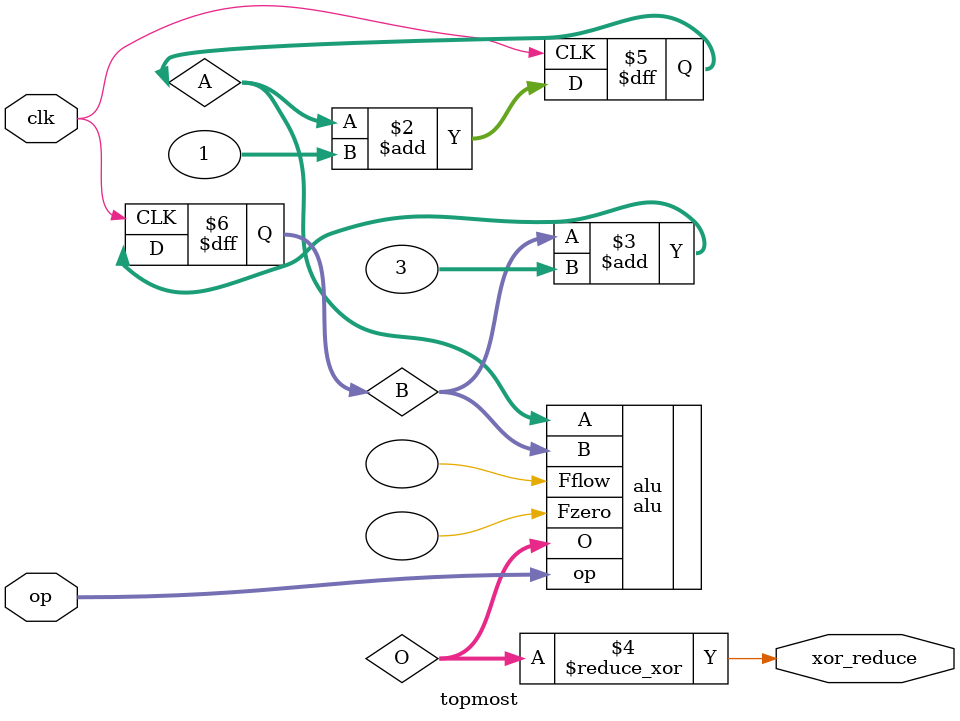
<source format=v>
module topmost(input clk, input [2:0] op, output xor_reduce);

reg [31:0] A;
reg [31:0] B;
wire [31:0] O;

alu alu(.A(A), .B(B), .op(op), .O(O), .Fflow(), .Fzero());

always @(posedge clk) begin
  A <= A + 1;
  B <= B + 3;
end

assign xor_reduce = ^ O;

endmodule

</source>
